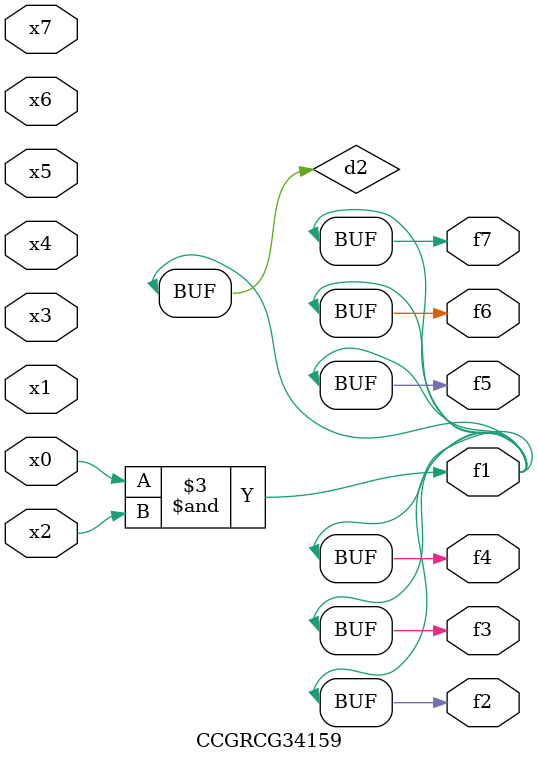
<source format=v>
module CCGRCG34159(
	input x0, x1, x2, x3, x4, x5, x6, x7,
	output f1, f2, f3, f4, f5, f6, f7
);

	wire d1, d2;

	nor (d1, x3, x6);
	and (d2, x0, x2);
	assign f1 = d2;
	assign f2 = d2;
	assign f3 = d2;
	assign f4 = d2;
	assign f5 = d2;
	assign f6 = d2;
	assign f7 = d2;
endmodule

</source>
